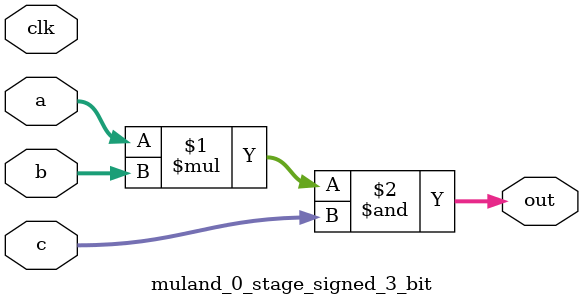
<source format=sv>
(* use_dsp = "yes" *) module muland_0_stage_signed_3_bit(
	input signed [2:0] a,
	input signed [2:0] b,
	input signed [2:0] c,
	output [2:0] out,
	input clk);

	assign out = (a * b) & c;
endmodule

</source>
